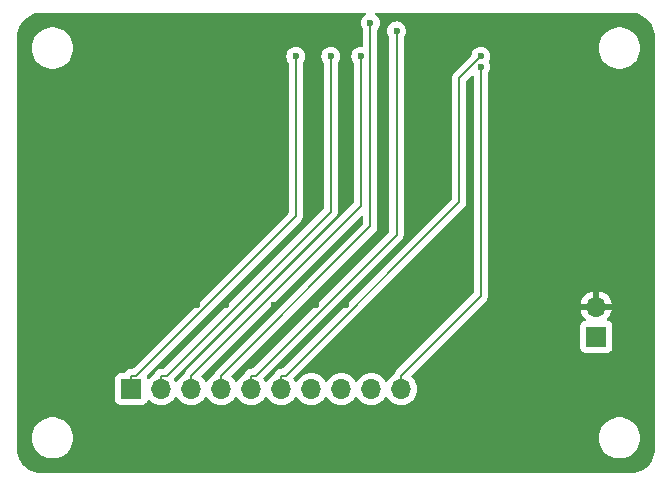
<source format=gbr>
%TF.GenerationSoftware,KiCad,Pcbnew,8.0.8*%
%TF.CreationDate,2025-02-18T11:48:07+02:00*%
%TF.ProjectId,E900M30S shield,45393030-4d33-4305-9320-736869656c64,rev?*%
%TF.SameCoordinates,Original*%
%TF.FileFunction,Copper,L2,Bot*%
%TF.FilePolarity,Positive*%
%FSLAX46Y46*%
G04 Gerber Fmt 4.6, Leading zero omitted, Abs format (unit mm)*
G04 Created by KiCad (PCBNEW 8.0.8) date 2025-02-18 11:48:07*
%MOMM*%
%LPD*%
G01*
G04 APERTURE LIST*
%TA.AperFunction,ComponentPad*%
%ADD10R,1.700000X1.700000*%
%TD*%
%TA.AperFunction,ComponentPad*%
%ADD11O,1.700000X1.700000*%
%TD*%
%TA.AperFunction,ViaPad*%
%ADD12C,0.600000*%
%TD*%
%TA.AperFunction,Conductor*%
%ADD13C,0.200000*%
%TD*%
G04 APERTURE END LIST*
D10*
%TO.P,J1,1*%
%TO.N,NSS*%
X119380000Y-128905000D03*
D11*
%TO.P,J1,2*%
%TO.N,SCK*%
X121920000Y-128905000D03*
%TO.P,J1,3*%
%TO.N,MOSI*%
X124460000Y-128905000D03*
%TO.P,J1,4*%
%TO.N,MISO*%
X127000000Y-128905000D03*
%TO.P,J1,5*%
%TO.N,RST*%
X129540000Y-128905000D03*
%TO.P,J1,6*%
%TO.N,BUSY*%
X132080000Y-128905000D03*
%TO.P,J1,7*%
%TO.N,RXEN*%
X134620000Y-128905000D03*
%TO.P,J1,8*%
%TO.N,TXEN*%
X137160000Y-128905000D03*
%TO.P,J1,9*%
%TO.N,DIO2*%
X139700000Y-128905000D03*
%TO.P,J1,10*%
%TO.N,DIO1*%
X142240000Y-128905000D03*
%TD*%
D10*
%TO.P,J2,1*%
%TO.N,+5V*%
X158750000Y-124460000D03*
D11*
%TO.P,J2,2*%
%TO.N,GND*%
X158750000Y-121920000D03*
%TD*%
D12*
%TO.N,GND*%
X131445000Y-121782000D03*
X145415000Y-119380000D03*
%TO.N,RST*%
X141840200Y-98572000D03*
%TO.N,SCK*%
X136280000Y-100726200D03*
%TO.N,BUSY*%
X148980000Y-100726200D03*
%TO.N,NSS*%
X133308700Y-100726200D03*
%TO.N,DIO1*%
X148980000Y-101611000D03*
%TO.N,MOSI*%
X138820000Y-100726200D03*
%TO.N,MISO*%
X139625700Y-97910200D03*
%TO.N,GND*%
X122357000Y-121782000D03*
X137550000Y-121782000D03*
X127410000Y-103174000D03*
X152790000Y-103174000D03*
X122330000Y-103174000D03*
X124917000Y-121782000D03*
X135010000Y-121782000D03*
X127429000Y-121782000D03*
X145415000Y-127000000D03*
%TD*%
D13*
%TO.N,RST*%
X129898000Y-127753300D02*
X129540000Y-127753300D01*
X141840200Y-115811100D02*
X129898000Y-127753300D01*
X141840200Y-98572000D02*
X141840200Y-115811100D01*
X129540000Y-128905000D02*
X129540000Y-127753300D01*
%TO.N,SCK*%
X122397300Y-127753300D02*
X121920000Y-127753300D01*
X136280000Y-113870600D02*
X122397300Y-127753300D01*
X136280000Y-100726200D02*
X136280000Y-113870600D01*
X121920000Y-128905000D02*
X121920000Y-127753300D01*
%TO.N,BUSY*%
X132438000Y-127753300D02*
X132080000Y-127753300D01*
X147125300Y-113066000D02*
X132438000Y-127753300D01*
X147125300Y-102580900D02*
X147125300Y-113066000D01*
X148980000Y-100726200D02*
X147125300Y-102580900D01*
X132080000Y-128905000D02*
X132080000Y-127753300D01*
%TO.N,NSS*%
X119811900Y-127753300D02*
X119380000Y-127753300D01*
X133308700Y-114256500D02*
X119811900Y-127753300D01*
X133308700Y-100726200D02*
X133308700Y-114256500D01*
X119380000Y-128905000D02*
X119380000Y-127753300D01*
%TO.N,DIO1*%
X148980000Y-121013300D02*
X142240000Y-127753300D01*
X148980000Y-101611000D02*
X148980000Y-121013300D01*
X142240000Y-128905000D02*
X142240000Y-127753300D01*
%TO.N,MOSI*%
X124460000Y-128905000D02*
X124460000Y-127753300D01*
X138820000Y-113393300D02*
X124460000Y-127753300D01*
X138820000Y-100726200D02*
X138820000Y-113393300D01*
%TO.N,MISO*%
X139625700Y-115127600D02*
X127000000Y-127753300D01*
X139625700Y-97910200D02*
X139625700Y-115127600D01*
X127000000Y-128905000D02*
X127000000Y-127753300D01*
%TD*%
%TA.AperFunction,Conductor*%
%TO.N,GND*%
G36*
X139173666Y-97040185D02*
G01*
X139219421Y-97092989D01*
X139229365Y-97162147D01*
X139200340Y-97225703D01*
X139172600Y-97249493D01*
X139123439Y-97280382D01*
X138995884Y-97407937D01*
X138899911Y-97560676D01*
X138840331Y-97730945D01*
X138840330Y-97730950D01*
X138820135Y-97910196D01*
X138820135Y-97910203D01*
X138840330Y-98089449D01*
X138840331Y-98089454D01*
X138899911Y-98259723D01*
X138995885Y-98412463D01*
X138998145Y-98415297D01*
X138999034Y-98417475D01*
X138999589Y-98418358D01*
X138999434Y-98418455D01*
X139024555Y-98479983D01*
X139025200Y-98492612D01*
X139025200Y-99804999D01*
X139005515Y-99872038D01*
X138952711Y-99917793D01*
X138887317Y-99928219D01*
X138820004Y-99920635D01*
X138819996Y-99920635D01*
X138640750Y-99940830D01*
X138640745Y-99940831D01*
X138470476Y-100000411D01*
X138317737Y-100096384D01*
X138190184Y-100223937D01*
X138094211Y-100376676D01*
X138034631Y-100546945D01*
X138034630Y-100546950D01*
X138014435Y-100726196D01*
X138014435Y-100726203D01*
X138034630Y-100905449D01*
X138034631Y-100905454D01*
X138094211Y-101075723D01*
X138111115Y-101102625D01*
X138181087Y-101213985D01*
X138190185Y-101228463D01*
X138192445Y-101231297D01*
X138193334Y-101233475D01*
X138193889Y-101234358D01*
X138193734Y-101234455D01*
X138218855Y-101295983D01*
X138219500Y-101308612D01*
X138219500Y-113093202D01*
X138199815Y-113160241D01*
X138183181Y-113180883D01*
X123979481Y-127384582D01*
X123979479Y-127384585D01*
X123929361Y-127471394D01*
X123929359Y-127471396D01*
X123900425Y-127521509D01*
X123900422Y-127521516D01*
X123868136Y-127642005D01*
X123831771Y-127701665D01*
X123800772Y-127722290D01*
X123782170Y-127730964D01*
X123782169Y-127730965D01*
X123588597Y-127866505D01*
X123421508Y-128033594D01*
X123291574Y-128219160D01*
X123236997Y-128262784D01*
X123167498Y-128269977D01*
X123105144Y-128238455D01*
X123088429Y-128219164D01*
X123021360Y-128123379D01*
X122999034Y-128057176D01*
X123016044Y-127989408D01*
X123035251Y-127964582D01*
X136760520Y-114239316D01*
X136839577Y-114102384D01*
X136880501Y-113949657D01*
X136880501Y-113791542D01*
X136880501Y-113783947D01*
X136880500Y-113783929D01*
X136880500Y-101308612D01*
X136900185Y-101241573D01*
X136907555Y-101231297D01*
X136909810Y-101228467D01*
X136909816Y-101228462D01*
X137005789Y-101075722D01*
X137065368Y-100905455D01*
X137079318Y-100781643D01*
X137085565Y-100726203D01*
X137085565Y-100726196D01*
X137065369Y-100546950D01*
X137065368Y-100546945D01*
X137005788Y-100376676D01*
X136909815Y-100223937D01*
X136782262Y-100096384D01*
X136629523Y-100000411D01*
X136459254Y-99940831D01*
X136459249Y-99940830D01*
X136280004Y-99920635D01*
X136279996Y-99920635D01*
X136100750Y-99940830D01*
X136100745Y-99940831D01*
X135930476Y-100000411D01*
X135777737Y-100096384D01*
X135650184Y-100223937D01*
X135554211Y-100376676D01*
X135494631Y-100546945D01*
X135494630Y-100546950D01*
X135474435Y-100726196D01*
X135474435Y-100726203D01*
X135494630Y-100905449D01*
X135494631Y-100905454D01*
X135554211Y-101075723D01*
X135571115Y-101102625D01*
X135641087Y-101213985D01*
X135650185Y-101228463D01*
X135652445Y-101231297D01*
X135653334Y-101233475D01*
X135653889Y-101234358D01*
X135653734Y-101234455D01*
X135678855Y-101295983D01*
X135679500Y-101308612D01*
X135679500Y-113570502D01*
X135659815Y-113637541D01*
X135643181Y-113658183D01*
X122184884Y-127116481D01*
X122123561Y-127149966D01*
X122097203Y-127152800D01*
X121840943Y-127152800D01*
X121688216Y-127193723D01*
X121688209Y-127193726D01*
X121551290Y-127272775D01*
X121551282Y-127272781D01*
X121439481Y-127384582D01*
X121439475Y-127384590D01*
X121360426Y-127521509D01*
X121360423Y-127521514D01*
X121360423Y-127521516D01*
X121328137Y-127642005D01*
X121291774Y-127701664D01*
X121260770Y-127722291D01*
X121242176Y-127730961D01*
X121242169Y-127730965D01*
X121048600Y-127866503D01*
X120926672Y-127988431D01*
X120865349Y-128021915D01*
X120795657Y-128016931D01*
X120739724Y-127975059D01*
X120722811Y-127944086D01*
X120682075Y-127834868D01*
X120677092Y-127765178D01*
X120710575Y-127703858D01*
X133789220Y-114625216D01*
X133868277Y-114488284D01*
X133909201Y-114335557D01*
X133909201Y-114177442D01*
X133909201Y-114169847D01*
X133909200Y-114169829D01*
X133909200Y-101308612D01*
X133928885Y-101241573D01*
X133936255Y-101231297D01*
X133938510Y-101228467D01*
X133938516Y-101228462D01*
X134034489Y-101075722D01*
X134094068Y-100905455D01*
X134108018Y-100781643D01*
X134114265Y-100726203D01*
X134114265Y-100726196D01*
X134094069Y-100546950D01*
X134094068Y-100546945D01*
X134034488Y-100376676D01*
X133938515Y-100223937D01*
X133810962Y-100096384D01*
X133658223Y-100000411D01*
X133487954Y-99940831D01*
X133487949Y-99940830D01*
X133308704Y-99920635D01*
X133308696Y-99920635D01*
X133129450Y-99940830D01*
X133129445Y-99940831D01*
X132959176Y-100000411D01*
X132806437Y-100096384D01*
X132678884Y-100223937D01*
X132582911Y-100376676D01*
X132523331Y-100546945D01*
X132523330Y-100546950D01*
X132503135Y-100726196D01*
X132503135Y-100726203D01*
X132523330Y-100905449D01*
X132523331Y-100905454D01*
X132582911Y-101075723D01*
X132599815Y-101102625D01*
X132669787Y-101213985D01*
X132678885Y-101228463D01*
X132681145Y-101231297D01*
X132682034Y-101233475D01*
X132682589Y-101234358D01*
X132682434Y-101234455D01*
X132707555Y-101295983D01*
X132708200Y-101308612D01*
X132708200Y-113956402D01*
X132688515Y-114023441D01*
X132671881Y-114044083D01*
X119599484Y-127116481D01*
X119538161Y-127149966D01*
X119511803Y-127152800D01*
X119300943Y-127152800D01*
X119148216Y-127193723D01*
X119148209Y-127193726D01*
X119011290Y-127272775D01*
X119011282Y-127272781D01*
X118899481Y-127384582D01*
X118899477Y-127384587D01*
X118837174Y-127492500D01*
X118786607Y-127540716D01*
X118729787Y-127554500D01*
X118482130Y-127554500D01*
X118482123Y-127554501D01*
X118422516Y-127560908D01*
X118287671Y-127611202D01*
X118287664Y-127611206D01*
X118172455Y-127697452D01*
X118172452Y-127697455D01*
X118086206Y-127812664D01*
X118086202Y-127812671D01*
X118035908Y-127947517D01*
X118029501Y-128007116D01*
X118029500Y-128007135D01*
X118029500Y-129802870D01*
X118029501Y-129802876D01*
X118035908Y-129862483D01*
X118086202Y-129997328D01*
X118086206Y-129997335D01*
X118172452Y-130112544D01*
X118172455Y-130112547D01*
X118287664Y-130198793D01*
X118287671Y-130198797D01*
X118422517Y-130249091D01*
X118422516Y-130249091D01*
X118429444Y-130249835D01*
X118482127Y-130255500D01*
X120277872Y-130255499D01*
X120337483Y-130249091D01*
X120472331Y-130198796D01*
X120587546Y-130112546D01*
X120673796Y-129997331D01*
X120722810Y-129865916D01*
X120764681Y-129809984D01*
X120830145Y-129785566D01*
X120898418Y-129800417D01*
X120926673Y-129821569D01*
X121048599Y-129943495D01*
X121145384Y-130011265D01*
X121242165Y-130079032D01*
X121242167Y-130079033D01*
X121242170Y-130079035D01*
X121456337Y-130178903D01*
X121684592Y-130240063D01*
X121861034Y-130255500D01*
X121919999Y-130260659D01*
X121920000Y-130260659D01*
X121920001Y-130260659D01*
X121978966Y-130255500D01*
X122155408Y-130240063D01*
X122383663Y-130178903D01*
X122597830Y-130079035D01*
X122791401Y-129943495D01*
X122958495Y-129776401D01*
X123088425Y-129590842D01*
X123143002Y-129547217D01*
X123212500Y-129540023D01*
X123274855Y-129571546D01*
X123291575Y-129590842D01*
X123421500Y-129776395D01*
X123421505Y-129776401D01*
X123588599Y-129943495D01*
X123685384Y-130011265D01*
X123782165Y-130079032D01*
X123782167Y-130079033D01*
X123782170Y-130079035D01*
X123996337Y-130178903D01*
X124224592Y-130240063D01*
X124401034Y-130255500D01*
X124459999Y-130260659D01*
X124460000Y-130260659D01*
X124460001Y-130260659D01*
X124518966Y-130255500D01*
X124695408Y-130240063D01*
X124923663Y-130178903D01*
X125137830Y-130079035D01*
X125331401Y-129943495D01*
X125498495Y-129776401D01*
X125628425Y-129590842D01*
X125683002Y-129547217D01*
X125752500Y-129540023D01*
X125814855Y-129571546D01*
X125831575Y-129590842D01*
X125961500Y-129776395D01*
X125961505Y-129776401D01*
X126128599Y-129943495D01*
X126225384Y-130011265D01*
X126322165Y-130079032D01*
X126322167Y-130079033D01*
X126322170Y-130079035D01*
X126536337Y-130178903D01*
X126764592Y-130240063D01*
X126941034Y-130255500D01*
X126999999Y-130260659D01*
X127000000Y-130260659D01*
X127000001Y-130260659D01*
X127058966Y-130255500D01*
X127235408Y-130240063D01*
X127463663Y-130178903D01*
X127677830Y-130079035D01*
X127871401Y-129943495D01*
X128038495Y-129776401D01*
X128168425Y-129590842D01*
X128223002Y-129547217D01*
X128292500Y-129540023D01*
X128354855Y-129571546D01*
X128371575Y-129590842D01*
X128501500Y-129776395D01*
X128501505Y-129776401D01*
X128668599Y-129943495D01*
X128765384Y-130011265D01*
X128862165Y-130079032D01*
X128862167Y-130079033D01*
X128862170Y-130079035D01*
X129076337Y-130178903D01*
X129304592Y-130240063D01*
X129481034Y-130255500D01*
X129539999Y-130260659D01*
X129540000Y-130260659D01*
X129540001Y-130260659D01*
X129598966Y-130255500D01*
X129775408Y-130240063D01*
X130003663Y-130178903D01*
X130217830Y-130079035D01*
X130411401Y-129943495D01*
X130578495Y-129776401D01*
X130708425Y-129590842D01*
X130763002Y-129547217D01*
X130832500Y-129540023D01*
X130894855Y-129571546D01*
X130911575Y-129590842D01*
X131041500Y-129776395D01*
X131041505Y-129776401D01*
X131208599Y-129943495D01*
X131305384Y-130011265D01*
X131402165Y-130079032D01*
X131402167Y-130079033D01*
X131402170Y-130079035D01*
X131616337Y-130178903D01*
X131844592Y-130240063D01*
X132021034Y-130255500D01*
X132079999Y-130260659D01*
X132080000Y-130260659D01*
X132080001Y-130260659D01*
X132138966Y-130255500D01*
X132315408Y-130240063D01*
X132543663Y-130178903D01*
X132757830Y-130079035D01*
X132951401Y-129943495D01*
X133118495Y-129776401D01*
X133248425Y-129590842D01*
X133303002Y-129547217D01*
X133372500Y-129540023D01*
X133434855Y-129571546D01*
X133451575Y-129590842D01*
X133581500Y-129776395D01*
X133581505Y-129776401D01*
X133748599Y-129943495D01*
X133845384Y-130011265D01*
X133942165Y-130079032D01*
X133942167Y-130079033D01*
X133942170Y-130079035D01*
X134156337Y-130178903D01*
X134384592Y-130240063D01*
X134561034Y-130255500D01*
X134619999Y-130260659D01*
X134620000Y-130260659D01*
X134620001Y-130260659D01*
X134678966Y-130255500D01*
X134855408Y-130240063D01*
X135083663Y-130178903D01*
X135297830Y-130079035D01*
X135491401Y-129943495D01*
X135658495Y-129776401D01*
X135788425Y-129590842D01*
X135843002Y-129547217D01*
X135912500Y-129540023D01*
X135974855Y-129571546D01*
X135991575Y-129590842D01*
X136121500Y-129776395D01*
X136121505Y-129776401D01*
X136288599Y-129943495D01*
X136385384Y-130011265D01*
X136482165Y-130079032D01*
X136482167Y-130079033D01*
X136482170Y-130079035D01*
X136696337Y-130178903D01*
X136924592Y-130240063D01*
X137101034Y-130255500D01*
X137159999Y-130260659D01*
X137160000Y-130260659D01*
X137160001Y-130260659D01*
X137218966Y-130255500D01*
X137395408Y-130240063D01*
X137623663Y-130178903D01*
X137837830Y-130079035D01*
X138031401Y-129943495D01*
X138198495Y-129776401D01*
X138328425Y-129590842D01*
X138383002Y-129547217D01*
X138452500Y-129540023D01*
X138514855Y-129571546D01*
X138531575Y-129590842D01*
X138661500Y-129776395D01*
X138661505Y-129776401D01*
X138828599Y-129943495D01*
X138925384Y-130011265D01*
X139022165Y-130079032D01*
X139022167Y-130079033D01*
X139022170Y-130079035D01*
X139236337Y-130178903D01*
X139464592Y-130240063D01*
X139641034Y-130255500D01*
X139699999Y-130260659D01*
X139700000Y-130260659D01*
X139700001Y-130260659D01*
X139758966Y-130255500D01*
X139935408Y-130240063D01*
X140163663Y-130178903D01*
X140377830Y-130079035D01*
X140571401Y-129943495D01*
X140738495Y-129776401D01*
X140868425Y-129590842D01*
X140923002Y-129547217D01*
X140992500Y-129540023D01*
X141054855Y-129571546D01*
X141071575Y-129590842D01*
X141201500Y-129776395D01*
X141201505Y-129776401D01*
X141368599Y-129943495D01*
X141465384Y-130011265D01*
X141562165Y-130079032D01*
X141562167Y-130079033D01*
X141562170Y-130079035D01*
X141776337Y-130178903D01*
X142004592Y-130240063D01*
X142181034Y-130255500D01*
X142239999Y-130260659D01*
X142240000Y-130260659D01*
X142240001Y-130260659D01*
X142298966Y-130255500D01*
X142475408Y-130240063D01*
X142703663Y-130178903D01*
X142917830Y-130079035D01*
X143111401Y-129943495D01*
X143278495Y-129776401D01*
X143414035Y-129582830D01*
X143513903Y-129368663D01*
X143575063Y-129140408D01*
X143595659Y-128905000D01*
X143575063Y-128669592D01*
X143513903Y-128441337D01*
X143414035Y-128227171D01*
X143408425Y-128219158D01*
X143278494Y-128033597D01*
X143131396Y-127886499D01*
X143097911Y-127825176D01*
X143102895Y-127755484D01*
X143131394Y-127711139D01*
X147280399Y-123562135D01*
X157399500Y-123562135D01*
X157399500Y-125357870D01*
X157399501Y-125357876D01*
X157405908Y-125417483D01*
X157456202Y-125552328D01*
X157456206Y-125552335D01*
X157542452Y-125667544D01*
X157542455Y-125667547D01*
X157657664Y-125753793D01*
X157657671Y-125753797D01*
X157792517Y-125804091D01*
X157792516Y-125804091D01*
X157799444Y-125804835D01*
X157852127Y-125810500D01*
X159647872Y-125810499D01*
X159707483Y-125804091D01*
X159842331Y-125753796D01*
X159957546Y-125667546D01*
X160043796Y-125552331D01*
X160094091Y-125417483D01*
X160100500Y-125357873D01*
X160100499Y-123562128D01*
X160094091Y-123502517D01*
X160043796Y-123367669D01*
X160043795Y-123367668D01*
X160043793Y-123367664D01*
X159957547Y-123252455D01*
X159957544Y-123252452D01*
X159842335Y-123166206D01*
X159842328Y-123166202D01*
X159710401Y-123116997D01*
X159654467Y-123075126D01*
X159630050Y-123009662D01*
X159644902Y-122941389D01*
X159666053Y-122913133D01*
X159788108Y-122791078D01*
X159923600Y-122597578D01*
X160023429Y-122383492D01*
X160023432Y-122383486D01*
X160080636Y-122170000D01*
X159183012Y-122170000D01*
X159215925Y-122112993D01*
X159250000Y-121985826D01*
X159250000Y-121854174D01*
X159215925Y-121727007D01*
X159183012Y-121670000D01*
X160080636Y-121670000D01*
X160080635Y-121669999D01*
X160023432Y-121456513D01*
X160023429Y-121456507D01*
X159923600Y-121242422D01*
X159923599Y-121242420D01*
X159788113Y-121048926D01*
X159788108Y-121048920D01*
X159621082Y-120881894D01*
X159427578Y-120746399D01*
X159213492Y-120646570D01*
X159213486Y-120646567D01*
X159000000Y-120589364D01*
X159000000Y-121486988D01*
X158942993Y-121454075D01*
X158815826Y-121420000D01*
X158684174Y-121420000D01*
X158557007Y-121454075D01*
X158500000Y-121486988D01*
X158500000Y-120589364D01*
X158499999Y-120589364D01*
X158286513Y-120646567D01*
X158286507Y-120646570D01*
X158072422Y-120746399D01*
X158072420Y-120746400D01*
X157878926Y-120881886D01*
X157878920Y-120881891D01*
X157711891Y-121048920D01*
X157711886Y-121048926D01*
X157576400Y-121242420D01*
X157576399Y-121242422D01*
X157476570Y-121456507D01*
X157476567Y-121456513D01*
X157419364Y-121669999D01*
X157419364Y-121670000D01*
X158316988Y-121670000D01*
X158284075Y-121727007D01*
X158250000Y-121854174D01*
X158250000Y-121985826D01*
X158284075Y-122112993D01*
X158316988Y-122170000D01*
X157419364Y-122170000D01*
X157476567Y-122383486D01*
X157476570Y-122383492D01*
X157576399Y-122597578D01*
X157711894Y-122791082D01*
X157833946Y-122913134D01*
X157867431Y-122974457D01*
X157862447Y-123044149D01*
X157820575Y-123100082D01*
X157789598Y-123116997D01*
X157657671Y-123166202D01*
X157657664Y-123166206D01*
X157542455Y-123252452D01*
X157542452Y-123252455D01*
X157456206Y-123367664D01*
X157456202Y-123367671D01*
X157405908Y-123502517D01*
X157399501Y-123562116D01*
X157399501Y-123562123D01*
X157399500Y-123562135D01*
X147280399Y-123562135D01*
X149338506Y-121504028D01*
X149338511Y-121504024D01*
X149348714Y-121493820D01*
X149348716Y-121493820D01*
X149460520Y-121382016D01*
X149539577Y-121245084D01*
X149580500Y-121092357D01*
X149580500Y-102193412D01*
X149600185Y-102126373D01*
X149607555Y-102116097D01*
X149609810Y-102113267D01*
X149609816Y-102113262D01*
X149705789Y-101960522D01*
X149765368Y-101790255D01*
X149780713Y-101654063D01*
X149785565Y-101611003D01*
X149785565Y-101610996D01*
X149765369Y-101431750D01*
X149765368Y-101431745D01*
X149751612Y-101392432D01*
X149705789Y-101261478D01*
X149688881Y-101234570D01*
X149669881Y-101167338D01*
X149688881Y-101102629D01*
X149705789Y-101075722D01*
X149765368Y-100905455D01*
X149779318Y-100781643D01*
X149785565Y-100726203D01*
X149785565Y-100726196D01*
X149765369Y-100546950D01*
X149765368Y-100546945D01*
X149705788Y-100376676D01*
X149609815Y-100223937D01*
X149482262Y-100096384D01*
X149360691Y-100019995D01*
X158964592Y-100019995D01*
X158964592Y-100020004D01*
X158984196Y-100281620D01*
X158984197Y-100281625D01*
X159042576Y-100537402D01*
X159042578Y-100537411D01*
X159042580Y-100537416D01*
X159138432Y-100781643D01*
X159269614Y-101008857D01*
X159322938Y-101075723D01*
X159433198Y-101213985D01*
X159521572Y-101295983D01*
X159625521Y-101392433D01*
X159842296Y-101540228D01*
X159842301Y-101540230D01*
X159842302Y-101540231D01*
X159842303Y-101540232D01*
X159967843Y-101600688D01*
X160078673Y-101654061D01*
X160078674Y-101654061D01*
X160078677Y-101654063D01*
X160329385Y-101731396D01*
X160588818Y-101770500D01*
X160851182Y-101770500D01*
X161110615Y-101731396D01*
X161361323Y-101654063D01*
X161597704Y-101540228D01*
X161814479Y-101392433D01*
X161984844Y-101234358D01*
X162006801Y-101213985D01*
X162006801Y-101213983D01*
X162006805Y-101213981D01*
X162170386Y-101008857D01*
X162301568Y-100781643D01*
X162397420Y-100537416D01*
X162455802Y-100281630D01*
X162455803Y-100281620D01*
X162475408Y-100020004D01*
X162475408Y-100019995D01*
X162455803Y-99758379D01*
X162455802Y-99758374D01*
X162455802Y-99758370D01*
X162397420Y-99502584D01*
X162301568Y-99258357D01*
X162170386Y-99031143D01*
X162006805Y-98826019D01*
X162006804Y-98826018D01*
X162006801Y-98826014D01*
X161814479Y-98647567D01*
X161597704Y-98499772D01*
X161597700Y-98499770D01*
X161597697Y-98499768D01*
X161597696Y-98499767D01*
X161361325Y-98385938D01*
X161361327Y-98385938D01*
X161110623Y-98308606D01*
X161110619Y-98308605D01*
X161110615Y-98308604D01*
X160985823Y-98289794D01*
X160851187Y-98269500D01*
X160851182Y-98269500D01*
X160588818Y-98269500D01*
X160588812Y-98269500D01*
X160440452Y-98291863D01*
X160329385Y-98308604D01*
X160329382Y-98308605D01*
X160329376Y-98308606D01*
X160078673Y-98385938D01*
X159842303Y-98499767D01*
X159842302Y-98499768D01*
X159625520Y-98647567D01*
X159433198Y-98826014D01*
X159269614Y-99031143D01*
X159138432Y-99258356D01*
X159042582Y-99502578D01*
X159042576Y-99502597D01*
X158984197Y-99758374D01*
X158984196Y-99758379D01*
X158964592Y-100019995D01*
X149360691Y-100019995D01*
X149329523Y-100000411D01*
X149159254Y-99940831D01*
X149159249Y-99940830D01*
X148980004Y-99920635D01*
X148979996Y-99920635D01*
X148800750Y-99940830D01*
X148800745Y-99940831D01*
X148630476Y-100000411D01*
X148477737Y-100096384D01*
X148350184Y-100223937D01*
X148254210Y-100376678D01*
X148194630Y-100546950D01*
X148184837Y-100633868D01*
X148157770Y-100698282D01*
X148149298Y-100707665D01*
X146756586Y-102100378D01*
X146644781Y-102212182D01*
X146644779Y-102212184D01*
X146624767Y-102246847D01*
X146616308Y-102261500D01*
X146565723Y-102349115D01*
X146524799Y-102501843D01*
X146524799Y-102501845D01*
X146524799Y-102669946D01*
X146524800Y-102669959D01*
X146524800Y-112765903D01*
X146505115Y-112832942D01*
X146488481Y-112853584D01*
X132225584Y-127116481D01*
X132164261Y-127149966D01*
X132137903Y-127152800D01*
X132000943Y-127152800D01*
X131848216Y-127193723D01*
X131848209Y-127193726D01*
X131711290Y-127272775D01*
X131711282Y-127272781D01*
X131599481Y-127384582D01*
X131599475Y-127384590D01*
X131520426Y-127521509D01*
X131520423Y-127521514D01*
X131520423Y-127521516D01*
X131488137Y-127642005D01*
X131451774Y-127701664D01*
X131420770Y-127722291D01*
X131402176Y-127730961D01*
X131402169Y-127730965D01*
X131208597Y-127866505D01*
X131041505Y-128033597D01*
X130911575Y-128219158D01*
X130856998Y-128262783D01*
X130787500Y-128269977D01*
X130725145Y-128238454D01*
X130708425Y-128219159D01*
X130641361Y-128123382D01*
X130592227Y-128053211D01*
X130569902Y-127987009D01*
X130586912Y-127919241D01*
X130606119Y-127894414D01*
X142208913Y-116291621D01*
X142208916Y-116291620D01*
X142320720Y-116179816D01*
X142370839Y-116093004D01*
X142399777Y-116042885D01*
X142440700Y-115890158D01*
X142440700Y-115732043D01*
X142440700Y-99154412D01*
X142460385Y-99087373D01*
X142467755Y-99077097D01*
X142470010Y-99074267D01*
X142470016Y-99074262D01*
X142565989Y-98921522D01*
X142625568Y-98751255D01*
X142637251Y-98647567D01*
X142645765Y-98572003D01*
X142645765Y-98571996D01*
X142625569Y-98392750D01*
X142625568Y-98392745D01*
X142587718Y-98284576D01*
X142565989Y-98222478D01*
X142470016Y-98069738D01*
X142342462Y-97942184D01*
X142291560Y-97910200D01*
X142189723Y-97846211D01*
X142019454Y-97786631D01*
X142019449Y-97786630D01*
X141840204Y-97766435D01*
X141840196Y-97766435D01*
X141660950Y-97786630D01*
X141660945Y-97786631D01*
X141490676Y-97846211D01*
X141337937Y-97942184D01*
X141210384Y-98069737D01*
X141114411Y-98222476D01*
X141054831Y-98392745D01*
X141054830Y-98392750D01*
X141034635Y-98571996D01*
X141034635Y-98572003D01*
X141054830Y-98751249D01*
X141054831Y-98751254D01*
X141114411Y-98921523D01*
X141210385Y-99074263D01*
X141212645Y-99077097D01*
X141213534Y-99079275D01*
X141214089Y-99080158D01*
X141213934Y-99080255D01*
X141239055Y-99141783D01*
X141239700Y-99154412D01*
X141239700Y-115511003D01*
X141220015Y-115578042D01*
X141203381Y-115598684D01*
X129685584Y-127116481D01*
X129624261Y-127149966D01*
X129597903Y-127152800D01*
X129460943Y-127152800D01*
X129308216Y-127193723D01*
X129308209Y-127193726D01*
X129171290Y-127272775D01*
X129171282Y-127272781D01*
X129059481Y-127384582D01*
X129059475Y-127384590D01*
X128980426Y-127521509D01*
X128980423Y-127521514D01*
X128980423Y-127521516D01*
X128948137Y-127642005D01*
X128911774Y-127701664D01*
X128880770Y-127722291D01*
X128862176Y-127730961D01*
X128862169Y-127730965D01*
X128668597Y-127866505D01*
X128501505Y-128033597D01*
X128371575Y-128219158D01*
X128316998Y-128262783D01*
X128247500Y-128269977D01*
X128185145Y-128238454D01*
X128168425Y-128219158D01*
X128038494Y-128033597D01*
X127891396Y-127886499D01*
X127857911Y-127825176D01*
X127862895Y-127755484D01*
X127891394Y-127711139D01*
X139994413Y-115608121D01*
X139994416Y-115608120D01*
X140106220Y-115496316D01*
X140156339Y-115409504D01*
X140185277Y-115359385D01*
X140226200Y-115206657D01*
X140226200Y-115048543D01*
X140226200Y-98492612D01*
X140245885Y-98425573D01*
X140253255Y-98415297D01*
X140255510Y-98412467D01*
X140255516Y-98412462D01*
X140351489Y-98259722D01*
X140411068Y-98089455D01*
X140414664Y-98057539D01*
X140431265Y-97910203D01*
X140431265Y-97910196D01*
X140411069Y-97730950D01*
X140411068Y-97730945D01*
X140351488Y-97560676D01*
X140312282Y-97498280D01*
X140255516Y-97407938D01*
X140127962Y-97280384D01*
X140127960Y-97280382D01*
X140078800Y-97249493D01*
X140032510Y-97197159D01*
X140021862Y-97128105D01*
X140050237Y-97064257D01*
X140108627Y-97025885D01*
X140144773Y-97020500D01*
X161594108Y-97020500D01*
X161655933Y-97020500D01*
X161664042Y-97020765D01*
X161687442Y-97022298D01*
X161920725Y-97037588D01*
X161936783Y-97039703D01*
X162185077Y-97089092D01*
X162200728Y-97093286D01*
X162440439Y-97174657D01*
X162455422Y-97180862D01*
X162488468Y-97197159D01*
X162682460Y-97292826D01*
X162696508Y-97300936D01*
X162906990Y-97441576D01*
X162919854Y-97451447D01*
X163110175Y-97618355D01*
X163121644Y-97629824D01*
X163288552Y-97820145D01*
X163298426Y-97833013D01*
X163439063Y-98043492D01*
X163447173Y-98057539D01*
X163559136Y-98284576D01*
X163565343Y-98299562D01*
X163646711Y-98539265D01*
X163650909Y-98554931D01*
X163700294Y-98803202D01*
X163702412Y-98819284D01*
X163719235Y-99075956D01*
X163719500Y-99084066D01*
X163719500Y-133955933D01*
X163719235Y-133964043D01*
X163702412Y-134220715D01*
X163700294Y-134236797D01*
X163650909Y-134485068D01*
X163646711Y-134500734D01*
X163565343Y-134740437D01*
X163559136Y-134755423D01*
X163447173Y-134982460D01*
X163439063Y-134996507D01*
X163298426Y-135206986D01*
X163288552Y-135219854D01*
X163121644Y-135410175D01*
X163110175Y-135421644D01*
X162919854Y-135588552D01*
X162906986Y-135598426D01*
X162696507Y-135739063D01*
X162682460Y-135747173D01*
X162455423Y-135859136D01*
X162440437Y-135865343D01*
X162200734Y-135946711D01*
X162185068Y-135950909D01*
X161936797Y-136000294D01*
X161920715Y-136002412D01*
X161664043Y-136019235D01*
X161655933Y-136019500D01*
X111784067Y-136019500D01*
X111775957Y-136019235D01*
X111519284Y-136002412D01*
X111503204Y-136000294D01*
X111383728Y-135976528D01*
X111254931Y-135950909D01*
X111239265Y-135946711D01*
X110999562Y-135865343D01*
X110984576Y-135859136D01*
X110757539Y-135747173D01*
X110743492Y-135739063D01*
X110533013Y-135598426D01*
X110520145Y-135588552D01*
X110329824Y-135421644D01*
X110318355Y-135410175D01*
X110151447Y-135219854D01*
X110141573Y-135206986D01*
X110000936Y-134996507D01*
X109992826Y-134982460D01*
X109880863Y-134755423D01*
X109874656Y-134740437D01*
X109871587Y-134731396D01*
X109793286Y-134500728D01*
X109789092Y-134485077D01*
X109739703Y-134236783D01*
X109737588Y-134220725D01*
X109720765Y-133964042D01*
X109720500Y-133955933D01*
X109720500Y-133019995D01*
X110964592Y-133019995D01*
X110964592Y-133020004D01*
X110984196Y-133281620D01*
X110984197Y-133281625D01*
X111042576Y-133537402D01*
X111042578Y-133537411D01*
X111042580Y-133537416D01*
X111138432Y-133781643D01*
X111269614Y-134008857D01*
X111358562Y-134120394D01*
X111433198Y-134213985D01*
X111614753Y-134382441D01*
X111625521Y-134392433D01*
X111842296Y-134540228D01*
X111842301Y-134540230D01*
X111842302Y-134540231D01*
X111842303Y-134540232D01*
X111967843Y-134600688D01*
X112078673Y-134654061D01*
X112078674Y-134654061D01*
X112078677Y-134654063D01*
X112329385Y-134731396D01*
X112588818Y-134770500D01*
X112851182Y-134770500D01*
X113110615Y-134731396D01*
X113361323Y-134654063D01*
X113597704Y-134540228D01*
X113814479Y-134392433D01*
X113982215Y-134236797D01*
X114006801Y-134213985D01*
X114006801Y-134213983D01*
X114006805Y-134213981D01*
X114170386Y-134008857D01*
X114301568Y-133781643D01*
X114397420Y-133537416D01*
X114455802Y-133281630D01*
X114475408Y-133020000D01*
X114475408Y-133019995D01*
X158964592Y-133019995D01*
X158964592Y-133020004D01*
X158984196Y-133281620D01*
X158984197Y-133281625D01*
X159042576Y-133537402D01*
X159042578Y-133537411D01*
X159042580Y-133537416D01*
X159138432Y-133781643D01*
X159269614Y-134008857D01*
X159358562Y-134120394D01*
X159433198Y-134213985D01*
X159614753Y-134382441D01*
X159625521Y-134392433D01*
X159842296Y-134540228D01*
X159842301Y-134540230D01*
X159842302Y-134540231D01*
X159842303Y-134540232D01*
X159967843Y-134600688D01*
X160078673Y-134654061D01*
X160078674Y-134654061D01*
X160078677Y-134654063D01*
X160329385Y-134731396D01*
X160588818Y-134770500D01*
X160851182Y-134770500D01*
X161110615Y-134731396D01*
X161361323Y-134654063D01*
X161597704Y-134540228D01*
X161814479Y-134392433D01*
X161982215Y-134236797D01*
X162006801Y-134213985D01*
X162006801Y-134213983D01*
X162006805Y-134213981D01*
X162170386Y-134008857D01*
X162301568Y-133781643D01*
X162397420Y-133537416D01*
X162455802Y-133281630D01*
X162475408Y-133020000D01*
X162455802Y-132758370D01*
X162397420Y-132502584D01*
X162301568Y-132258357D01*
X162170386Y-132031143D01*
X162006805Y-131826019D01*
X162006804Y-131826018D01*
X162006801Y-131826014D01*
X161814479Y-131647567D01*
X161597704Y-131499772D01*
X161597700Y-131499770D01*
X161597697Y-131499768D01*
X161597696Y-131499767D01*
X161361325Y-131385938D01*
X161361327Y-131385938D01*
X161110623Y-131308606D01*
X161110619Y-131308605D01*
X161110615Y-131308604D01*
X160985823Y-131289794D01*
X160851187Y-131269500D01*
X160851182Y-131269500D01*
X160588818Y-131269500D01*
X160588812Y-131269500D01*
X160427247Y-131293853D01*
X160329385Y-131308604D01*
X160329382Y-131308605D01*
X160329376Y-131308606D01*
X160078673Y-131385938D01*
X159842303Y-131499767D01*
X159842302Y-131499768D01*
X159625520Y-131647567D01*
X159433198Y-131826014D01*
X159269614Y-132031143D01*
X159138432Y-132258356D01*
X159042582Y-132502578D01*
X159042576Y-132502597D01*
X158984197Y-132758374D01*
X158984196Y-132758379D01*
X158964592Y-133019995D01*
X114475408Y-133019995D01*
X114455802Y-132758370D01*
X114397420Y-132502584D01*
X114301568Y-132258357D01*
X114170386Y-132031143D01*
X114006805Y-131826019D01*
X114006804Y-131826018D01*
X114006801Y-131826014D01*
X113814479Y-131647567D01*
X113597704Y-131499772D01*
X113597700Y-131499770D01*
X113597697Y-131499768D01*
X113597696Y-131499767D01*
X113361325Y-131385938D01*
X113361327Y-131385938D01*
X113110623Y-131308606D01*
X113110619Y-131308605D01*
X113110615Y-131308604D01*
X112985823Y-131289794D01*
X112851187Y-131269500D01*
X112851182Y-131269500D01*
X112588818Y-131269500D01*
X112588812Y-131269500D01*
X112427247Y-131293853D01*
X112329385Y-131308604D01*
X112329382Y-131308605D01*
X112329376Y-131308606D01*
X112078673Y-131385938D01*
X111842303Y-131499767D01*
X111842302Y-131499768D01*
X111625520Y-131647567D01*
X111433198Y-131826014D01*
X111269614Y-132031143D01*
X111138432Y-132258356D01*
X111042582Y-132502578D01*
X111042576Y-132502597D01*
X110984197Y-132758374D01*
X110984196Y-132758379D01*
X110964592Y-133019995D01*
X109720500Y-133019995D01*
X109720500Y-100019995D01*
X110964592Y-100019995D01*
X110964592Y-100020004D01*
X110984196Y-100281620D01*
X110984197Y-100281625D01*
X111042576Y-100537402D01*
X111042578Y-100537411D01*
X111042580Y-100537416D01*
X111138432Y-100781643D01*
X111269614Y-101008857D01*
X111322938Y-101075723D01*
X111433198Y-101213985D01*
X111521572Y-101295983D01*
X111625521Y-101392433D01*
X111842296Y-101540228D01*
X111842301Y-101540230D01*
X111842302Y-101540231D01*
X111842303Y-101540232D01*
X111967843Y-101600688D01*
X112078673Y-101654061D01*
X112078674Y-101654061D01*
X112078677Y-101654063D01*
X112329385Y-101731396D01*
X112588818Y-101770500D01*
X112851182Y-101770500D01*
X113110615Y-101731396D01*
X113361323Y-101654063D01*
X113597704Y-101540228D01*
X113814479Y-101392433D01*
X113984844Y-101234358D01*
X114006801Y-101213985D01*
X114006801Y-101213983D01*
X114006805Y-101213981D01*
X114170386Y-101008857D01*
X114301568Y-100781643D01*
X114397420Y-100537416D01*
X114455802Y-100281630D01*
X114455803Y-100281620D01*
X114475408Y-100020004D01*
X114475408Y-100019995D01*
X114455803Y-99758379D01*
X114455802Y-99758374D01*
X114455802Y-99758370D01*
X114397420Y-99502584D01*
X114301568Y-99258357D01*
X114170386Y-99031143D01*
X114006805Y-98826019D01*
X114006804Y-98826018D01*
X114006801Y-98826014D01*
X113814479Y-98647567D01*
X113597704Y-98499772D01*
X113597700Y-98499770D01*
X113597697Y-98499768D01*
X113597696Y-98499767D01*
X113361325Y-98385938D01*
X113361327Y-98385938D01*
X113110623Y-98308606D01*
X113110619Y-98308605D01*
X113110615Y-98308604D01*
X112985823Y-98289794D01*
X112851187Y-98269500D01*
X112851182Y-98269500D01*
X112588818Y-98269500D01*
X112588812Y-98269500D01*
X112440452Y-98291863D01*
X112329385Y-98308604D01*
X112329382Y-98308605D01*
X112329376Y-98308606D01*
X112078673Y-98385938D01*
X111842303Y-98499767D01*
X111842302Y-98499768D01*
X111625520Y-98647567D01*
X111433198Y-98826014D01*
X111269614Y-99031143D01*
X111138432Y-99258356D01*
X111042582Y-99502578D01*
X111042576Y-99502597D01*
X110984197Y-99758374D01*
X110984196Y-99758379D01*
X110964592Y-100019995D01*
X109720500Y-100019995D01*
X109720500Y-99084066D01*
X109720765Y-99075957D01*
X109724819Y-99014108D01*
X109737588Y-98819272D01*
X109739702Y-98803218D01*
X109789093Y-98554918D01*
X109793285Y-98539275D01*
X109874659Y-98299554D01*
X109880860Y-98284583D01*
X109992829Y-98057533D01*
X110000932Y-98043498D01*
X110141581Y-97833001D01*
X110151438Y-97820156D01*
X110318360Y-97629818D01*
X110329818Y-97618360D01*
X110520156Y-97451438D01*
X110533001Y-97441581D01*
X110743498Y-97300932D01*
X110757533Y-97292829D01*
X110984583Y-97180860D01*
X110999554Y-97174659D01*
X111239275Y-97093285D01*
X111254918Y-97089093D01*
X111503218Y-97039702D01*
X111519272Y-97037588D01*
X111754217Y-97022189D01*
X111775958Y-97020765D01*
X111784067Y-97020500D01*
X111845892Y-97020500D01*
X139106627Y-97020500D01*
X139173666Y-97040185D01*
G37*
%TD.AperFunction*%
%TA.AperFunction,Conductor*%
G36*
X138944534Y-114220514D02*
G01*
X139000467Y-114262386D01*
X139024884Y-114327850D01*
X139025200Y-114336696D01*
X139025200Y-114827502D01*
X139005515Y-114894541D01*
X138988881Y-114915183D01*
X126519481Y-127384582D01*
X126519479Y-127384585D01*
X126469361Y-127471394D01*
X126469359Y-127471396D01*
X126440425Y-127521509D01*
X126440422Y-127521516D01*
X126408136Y-127642005D01*
X126371771Y-127701665D01*
X126340772Y-127722290D01*
X126322170Y-127730964D01*
X126322169Y-127730965D01*
X126128597Y-127866505D01*
X125961505Y-128033597D01*
X125831575Y-128219158D01*
X125776998Y-128262783D01*
X125707500Y-128269977D01*
X125645145Y-128238454D01*
X125628425Y-128219158D01*
X125498494Y-128033597D01*
X125351396Y-127886499D01*
X125317911Y-127825176D01*
X125322895Y-127755484D01*
X125351394Y-127711139D01*
X138813521Y-114249013D01*
X138874842Y-114215530D01*
X138944534Y-114220514D01*
G37*
%TD.AperFunction*%
%TA.AperFunction,Conductor*%
G36*
X148298834Y-102359115D02*
G01*
X148354767Y-102400987D01*
X148379184Y-102466451D01*
X148379500Y-102475297D01*
X148379500Y-120713202D01*
X148359815Y-120780241D01*
X148343181Y-120800883D01*
X141759481Y-127384582D01*
X141759479Y-127384585D01*
X141709361Y-127471394D01*
X141709359Y-127471396D01*
X141680425Y-127521509D01*
X141680422Y-127521516D01*
X141648136Y-127642005D01*
X141611771Y-127701665D01*
X141580772Y-127722290D01*
X141562170Y-127730964D01*
X141562169Y-127730965D01*
X141368597Y-127866505D01*
X141201505Y-128033597D01*
X141071575Y-128219158D01*
X141016998Y-128262783D01*
X140947500Y-128269977D01*
X140885145Y-128238454D01*
X140868425Y-128219158D01*
X140738494Y-128033597D01*
X140571402Y-127866506D01*
X140571395Y-127866501D01*
X140377834Y-127730967D01*
X140377830Y-127730965D01*
X140335309Y-127711137D01*
X140163663Y-127631097D01*
X140163659Y-127631096D01*
X140163655Y-127631094D01*
X139935413Y-127569938D01*
X139935403Y-127569936D01*
X139700001Y-127549341D01*
X139699999Y-127549341D01*
X139464596Y-127569936D01*
X139464586Y-127569938D01*
X139236344Y-127631094D01*
X139236335Y-127631098D01*
X139022171Y-127730964D01*
X139022169Y-127730965D01*
X138828597Y-127866505D01*
X138661505Y-128033597D01*
X138531575Y-128219158D01*
X138476998Y-128262783D01*
X138407500Y-128269977D01*
X138345145Y-128238454D01*
X138328425Y-128219158D01*
X138198494Y-128033597D01*
X138031402Y-127866506D01*
X138031395Y-127866501D01*
X137837834Y-127730967D01*
X137837830Y-127730965D01*
X137795309Y-127711137D01*
X137623663Y-127631097D01*
X137623659Y-127631096D01*
X137623655Y-127631094D01*
X137395413Y-127569938D01*
X137395403Y-127569936D01*
X137160001Y-127549341D01*
X137159999Y-127549341D01*
X136924596Y-127569936D01*
X136924586Y-127569938D01*
X136696344Y-127631094D01*
X136696335Y-127631098D01*
X136482171Y-127730964D01*
X136482169Y-127730965D01*
X136288597Y-127866505D01*
X136121505Y-128033597D01*
X135991575Y-128219158D01*
X135936998Y-128262783D01*
X135867500Y-128269977D01*
X135805145Y-128238454D01*
X135788425Y-128219158D01*
X135658494Y-128033597D01*
X135491402Y-127866506D01*
X135491395Y-127866501D01*
X135297834Y-127730967D01*
X135297830Y-127730965D01*
X135255309Y-127711137D01*
X135083663Y-127631097D01*
X135083659Y-127631096D01*
X135083655Y-127631094D01*
X134855413Y-127569938D01*
X134855403Y-127569936D01*
X134620001Y-127549341D01*
X134619999Y-127549341D01*
X134384596Y-127569936D01*
X134384586Y-127569938D01*
X134156344Y-127631094D01*
X134156335Y-127631098D01*
X133942171Y-127730964D01*
X133942169Y-127730965D01*
X133748597Y-127866505D01*
X133581505Y-128033597D01*
X133451575Y-128219158D01*
X133396998Y-128262783D01*
X133327500Y-128269977D01*
X133265145Y-128238454D01*
X133248425Y-128219159D01*
X133181361Y-128123382D01*
X133132227Y-128053211D01*
X133109902Y-127987009D01*
X133126912Y-127919241D01*
X133146119Y-127894414D01*
X147483806Y-113556728D01*
X147483811Y-113556724D01*
X147494014Y-113546520D01*
X147494016Y-113546520D01*
X147605820Y-113434716D01*
X147677234Y-113311023D01*
X147684877Y-113297785D01*
X147725801Y-113145057D01*
X147725801Y-112986943D01*
X147725801Y-112979348D01*
X147725800Y-112979330D01*
X147725800Y-102880997D01*
X147745485Y-102813958D01*
X147762119Y-102793316D01*
X148167819Y-102387616D01*
X148229142Y-102354131D01*
X148298834Y-102359115D01*
G37*
%TD.AperFunction*%
%TD*%
M02*

</source>
